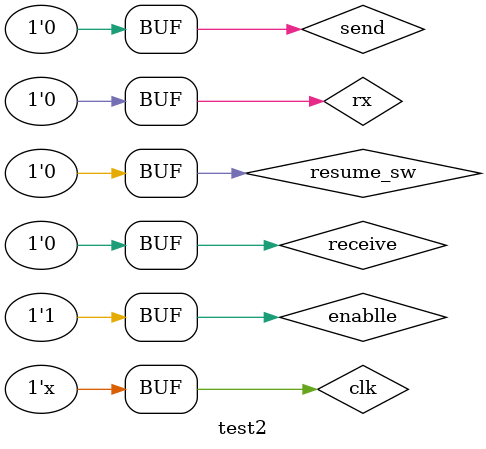
<source format=v>
`timescale 1ns / 1ps


module test2;

	// Inputs
	reg clk;
	reg resume_sw;
	reg enablle;
	reg send;
	reg receive;
	reg rx;

	// Outputs
	wire enable_check;
	wire pause_LED;
	wire fetch_LED;
	wire tx;
	wire tx_LED;
	wire rx_LED;

	// Instantiate the Unit Under Test (UUT)
	top_processor uut (
		.clk(clk), 
		.resume_sw(resume_sw), 
		.enablle(enablle), 
		.enable_check(enable_check), 
		.pause_LED(pause_LED), 
		.fetch_LED(fetch_LED), 
		.send(send), 
		.receive(receive), 
		.rx(rx), 
		.tx(tx), 
		.tx_LED(tx_LED), 
		.rx_LED(rx_LED)
	);

	always
		#5 clk = !clk;

	initial begin
		// Initialize Inputs
		clk = 0;
		resume_sw = 0;
		enablle = 0;
		send = 0;
		receive = 0;
		rx = 0;

		// Wait 100 ns for global reset to finish
		#100;
        
		 enablle = 1; 
		  
		// Add stimulus here

	end
      
endmodule


</source>
